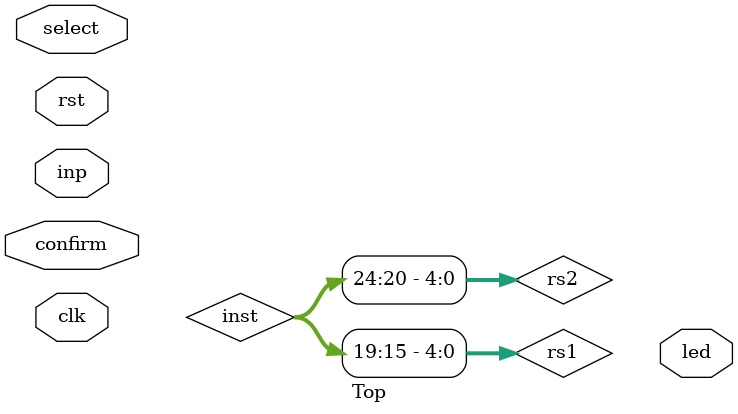
<source format=v>
module Top(
    input clk,
    input rst,
    input confirm,
    input [7:0] inp,
    input [2:0] select,
    output [7:0] led
    
);
reg [31:0] regs [31:0];
always @(*) begin
    case(select)
        3'b000: regs[22] <= 32'd0;
        3'b001: regs[22] <= 32'd1;
        3'b010: regs[22] <= 32'd2;
        3'b011: regs[22] <= 32'd3;
        3'b100: regs[22] <= 32'd4;
        3'b101: regs[22] <= 32'd5;
        3'b110: regs[22] <= 32'd6;
        3'b111: regs[22] <= 32'd7;
    endcase
end
//wire clk;
//cpu_clk cpuc(
//    .clk_in1(clk_main),
//    .clk_out1(clk)
//);
integer i;
always @(posedge clk) begin
    if (~rst) begin
        for (i = 0; i < 32; i = i + 1) begin
            regs[i] <= 32'h0;
        end
    end
end
wire [31:0] inst;
wire [15:0] pc;
wire Branch,MemRead, MemtoReg, MemWrite, ALUSrc, RegWrite;
wire [5:0] ALUOp;
wire [31:0] imm;
wire[31:0] ALUResult;
wire[31:0] MemResult;
wire [4:0] rs1 = inst[19:15], rs2 = inst[24:20];
wire [31:0] rs1v = regs[rs1], rs2v = regs[rs2];
//always @(negedge clk) begin
//    if(RegWrite) begin
//        if(MemtoReg) regs[inst[11:7]] <= MemResult;
//        else regs[inst[11:7]] <= ALUResult;
//    end
//end
Controller cont(
    .clk(clk),
    .rst(rst),
    .inst(inst),
    .Branch(Branch),
    .MemRead(MemRead),
    .MemtoReg(MemtoReg),
    .ALUOp(ALUOp),
    .MemWrite(MemWrite),
    .ALUSrc(ALUSrc),
    .RegWrite(RegWrite)
);
reg forward = 1'b0;
reg [5:0] done = 6'b0;
reg [26:0]  count = 27'b0;
always @(negedge clk) begin
    if(~rst) begin
        forward <= 1'b0;
        count <= 27'b0;
        done <= 6'b0;
    end
    else begin
        if(count <= 27'd5) begin
            if(RegWrite && done == 2) begin
                if(MemtoReg) regs[inst[11:7]] <= MemResult;
                else regs[inst[11:7]] <= ALUResult;
                done <= 6'd3;
            end
            else done <= done + 3'b1;
            count <= count + 1;
            forward <= 1'b0;
        end
        else begin
            done <= 6'b0;
            forward <= 1'b1;
            count <= 27'b0;
        end
    end
end
wire zero;
Ifetch ift(
    .clk(clk),
    .rst(rst),
    .Branch(Branch),
    .zero(zero),
    .forward(forward),
    .imm(imm),
    .inst(inst),
    .pc(pc)
);
ALU alu(
    .clk(clk),
    .rst(rst),
    .pc(pc),
    .inst(inst),
    .rs1(rs1v),
    .rs2(rs2v),
    .ALUOp(ALUOp),
    .ALUSrc(ALUSrc),
    .ALUResult(ALUResult),
    .imm(imm),
    .zero(zero)
);
DMem dmem(
    .clk(clk),
    .rst(rst),
    .MemWrite(MemWrite),
    .Address(ALUResult),
    .WriteData(regs[inst[24:20]]),
    .MemResult(MemResult)
);
endmodule
</source>
